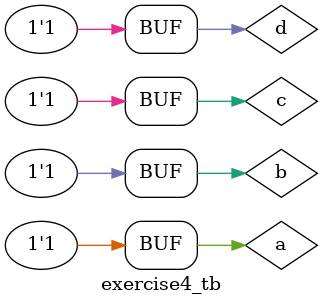
<source format=v>
`timescale 1ns/1ns
`include "exercise4.v"

module exercise4_tb();
    reg a, b, c, d;
    wire f;

    exercise4 ex4(a, b, c, d, f);
    initial begin
        $dumpfile("exercise4_tb.vcd");
        $dumpvars(0, exercise4_tb);

        a = 1'b0; b=1'b0; c=1'b0; d=1'b0;
        #20;
        a = 1'b0; b=1'b0; c=1'b0; d=1'b1;
        #20;
        a = 1'b0; b=1'b0; c=1'b1; d=1'b0;
        #20;
        a = 1'b0; b=1'b0; c=1'b1; d=1'b1;
        #20;
        a = 1'b0; b=1'b1; c=1'b0; d=1'b0;
        #20;
        a = 1'b0; b=1'b1; c=1'b0; d=1'b1;
        #20;
        a = 1'b0; b=1'b1; c=1'b1; d=1'b0;
        #20;
        a = 1'b0; b=1'b1; c=1'b1; d=1'b1;
        #20;
        a = 1'b1; b=1'b0; c=1'b0; d=1'b0;
        #20;
        a = 1'b1; b=1'b0; c=1'b0; d=1'b1;
        #20;
        a = 1'b1; b=1'b0; c=1'b1; d=1'b0;
        #20;
        a = 1'b1; b=1'b0; c=1'b1; d=1'b1;
        #20;
        a = 1'b1; b=1'b1; c=1'b0; d=1'b0;
        #20;
        a = 1'b1; b=1'b1; c=1'b0; d=1'b1;
        #20;
        a = 1'b1; b=1'b1; c=1'b1; d=1'b0;
        #20;
        a = 1'b1; b=1'b1; c=1'b1; d=1'b1;
        #20;

        $display("Test complete");
    end
endmodule
</source>
